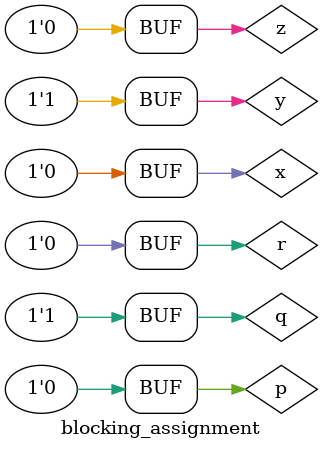
<source format=v>
`timescale 1ns / 1ps
module blocking_assignment();
	reg x,y,z,p,q,r;
	initial begin
	x<=#5 1'b0;
	y<=#3 1'b1;
	z<=#6 1'b0;
	
	p=#5 1'b0;
	q=#5 1'b1;
	r=#6 1'b0;
	end
	
endmodule

</source>
